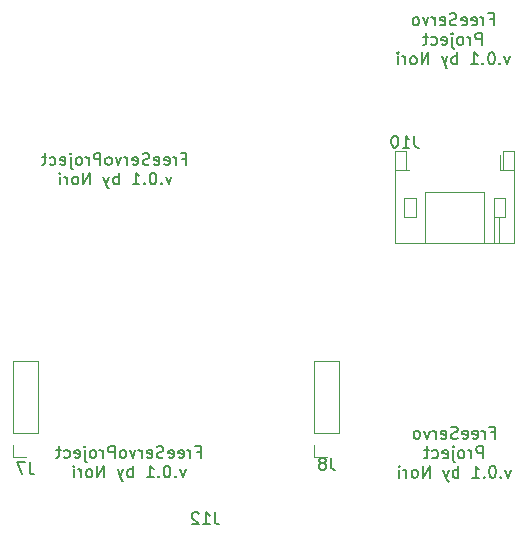
<source format=gbo>
G04 #@! TF.GenerationSoftware,KiCad,Pcbnew,(5.1.9)-1*
G04 #@! TF.CreationDate,2021-05-05T15:37:49+09:00*
G04 #@! TF.ProjectId,FreeServoProject,46726565-5365-4727-966f-50726f6a6563,rev?*
G04 #@! TF.SameCoordinates,Original*
G04 #@! TF.FileFunction,Legend,Bot*
G04 #@! TF.FilePolarity,Positive*
%FSLAX46Y46*%
G04 Gerber Fmt 4.6, Leading zero omitted, Abs format (unit mm)*
G04 Created by KiCad (PCBNEW (5.1.9)-1) date 2021-05-05 15:37:49*
%MOMM*%
%LPD*%
G01*
G04 APERTURE LIST*
%ADD10C,0.150000*%
%ADD11C,0.120000*%
G04 APERTURE END LIST*
D10*
X157671428Y-56978571D02*
X158004761Y-56978571D01*
X158004761Y-57502380D02*
X158004761Y-56502380D01*
X157528571Y-56502380D01*
X157147619Y-57502380D02*
X157147619Y-56835714D01*
X157147619Y-57026190D02*
X157100000Y-56930952D01*
X157052380Y-56883333D01*
X156957142Y-56835714D01*
X156861904Y-56835714D01*
X156147619Y-57454761D02*
X156242857Y-57502380D01*
X156433333Y-57502380D01*
X156528571Y-57454761D01*
X156576190Y-57359523D01*
X156576190Y-56978571D01*
X156528571Y-56883333D01*
X156433333Y-56835714D01*
X156242857Y-56835714D01*
X156147619Y-56883333D01*
X156100000Y-56978571D01*
X156100000Y-57073809D01*
X156576190Y-57169047D01*
X155290476Y-57454761D02*
X155385714Y-57502380D01*
X155576190Y-57502380D01*
X155671428Y-57454761D01*
X155719047Y-57359523D01*
X155719047Y-56978571D01*
X155671428Y-56883333D01*
X155576190Y-56835714D01*
X155385714Y-56835714D01*
X155290476Y-56883333D01*
X155242857Y-56978571D01*
X155242857Y-57073809D01*
X155719047Y-57169047D01*
X154861904Y-57454761D02*
X154719047Y-57502380D01*
X154480952Y-57502380D01*
X154385714Y-57454761D01*
X154338095Y-57407142D01*
X154290476Y-57311904D01*
X154290476Y-57216666D01*
X154338095Y-57121428D01*
X154385714Y-57073809D01*
X154480952Y-57026190D01*
X154671428Y-56978571D01*
X154766666Y-56930952D01*
X154814285Y-56883333D01*
X154861904Y-56788095D01*
X154861904Y-56692857D01*
X154814285Y-56597619D01*
X154766666Y-56550000D01*
X154671428Y-56502380D01*
X154433333Y-56502380D01*
X154290476Y-56550000D01*
X153480952Y-57454761D02*
X153576190Y-57502380D01*
X153766666Y-57502380D01*
X153861904Y-57454761D01*
X153909523Y-57359523D01*
X153909523Y-56978571D01*
X153861904Y-56883333D01*
X153766666Y-56835714D01*
X153576190Y-56835714D01*
X153480952Y-56883333D01*
X153433333Y-56978571D01*
X153433333Y-57073809D01*
X153909523Y-57169047D01*
X153004761Y-57502380D02*
X153004761Y-56835714D01*
X153004761Y-57026190D02*
X152957142Y-56930952D01*
X152909523Y-56883333D01*
X152814285Y-56835714D01*
X152719047Y-56835714D01*
X152480952Y-56835714D02*
X152242857Y-57502380D01*
X152004761Y-56835714D01*
X151480952Y-57502380D02*
X151576190Y-57454761D01*
X151623809Y-57407142D01*
X151671428Y-57311904D01*
X151671428Y-57026190D01*
X151623809Y-56930952D01*
X151576190Y-56883333D01*
X151480952Y-56835714D01*
X151338095Y-56835714D01*
X151242857Y-56883333D01*
X151195238Y-56930952D01*
X151147619Y-57026190D01*
X151147619Y-57311904D01*
X151195238Y-57407142D01*
X151242857Y-57454761D01*
X151338095Y-57502380D01*
X151480952Y-57502380D01*
X157004761Y-59152380D02*
X157004761Y-58152380D01*
X156623809Y-58152380D01*
X156528571Y-58200000D01*
X156480952Y-58247619D01*
X156433333Y-58342857D01*
X156433333Y-58485714D01*
X156480952Y-58580952D01*
X156528571Y-58628571D01*
X156623809Y-58676190D01*
X157004761Y-58676190D01*
X156004761Y-59152380D02*
X156004761Y-58485714D01*
X156004761Y-58676190D02*
X155957142Y-58580952D01*
X155909523Y-58533333D01*
X155814285Y-58485714D01*
X155719047Y-58485714D01*
X155242857Y-59152380D02*
X155338095Y-59104761D01*
X155385714Y-59057142D01*
X155433333Y-58961904D01*
X155433333Y-58676190D01*
X155385714Y-58580952D01*
X155338095Y-58533333D01*
X155242857Y-58485714D01*
X155100000Y-58485714D01*
X155004761Y-58533333D01*
X154957142Y-58580952D01*
X154909523Y-58676190D01*
X154909523Y-58961904D01*
X154957142Y-59057142D01*
X155004761Y-59104761D01*
X155100000Y-59152380D01*
X155242857Y-59152380D01*
X154480952Y-58485714D02*
X154480952Y-59342857D01*
X154528571Y-59438095D01*
X154623809Y-59485714D01*
X154671428Y-59485714D01*
X154480952Y-58152380D02*
X154528571Y-58200000D01*
X154480952Y-58247619D01*
X154433333Y-58200000D01*
X154480952Y-58152380D01*
X154480952Y-58247619D01*
X153623809Y-59104761D02*
X153719047Y-59152380D01*
X153909523Y-59152380D01*
X154004761Y-59104761D01*
X154052380Y-59009523D01*
X154052380Y-58628571D01*
X154004761Y-58533333D01*
X153909523Y-58485714D01*
X153719047Y-58485714D01*
X153623809Y-58533333D01*
X153576190Y-58628571D01*
X153576190Y-58723809D01*
X154052380Y-58819047D01*
X152719047Y-59104761D02*
X152814285Y-59152380D01*
X153004761Y-59152380D01*
X153100000Y-59104761D01*
X153147619Y-59057142D01*
X153195238Y-58961904D01*
X153195238Y-58676190D01*
X153147619Y-58580952D01*
X153100000Y-58533333D01*
X153004761Y-58485714D01*
X152814285Y-58485714D01*
X152719047Y-58533333D01*
X152433333Y-58485714D02*
X152052380Y-58485714D01*
X152290476Y-58152380D02*
X152290476Y-59009523D01*
X152242857Y-59104761D01*
X152147619Y-59152380D01*
X152052380Y-59152380D01*
X159385714Y-60135714D02*
X159147619Y-60802380D01*
X158909523Y-60135714D01*
X158528571Y-60707142D02*
X158480952Y-60754761D01*
X158528571Y-60802380D01*
X158576190Y-60754761D01*
X158528571Y-60707142D01*
X158528571Y-60802380D01*
X157861904Y-59802380D02*
X157766666Y-59802380D01*
X157671428Y-59850000D01*
X157623809Y-59897619D01*
X157576190Y-59992857D01*
X157528571Y-60183333D01*
X157528571Y-60421428D01*
X157576190Y-60611904D01*
X157623809Y-60707142D01*
X157671428Y-60754761D01*
X157766666Y-60802380D01*
X157861904Y-60802380D01*
X157957142Y-60754761D01*
X158004761Y-60707142D01*
X158052380Y-60611904D01*
X158100000Y-60421428D01*
X158100000Y-60183333D01*
X158052380Y-59992857D01*
X158004761Y-59897619D01*
X157957142Y-59850000D01*
X157861904Y-59802380D01*
X157100000Y-60707142D02*
X157052380Y-60754761D01*
X157100000Y-60802380D01*
X157147619Y-60754761D01*
X157100000Y-60707142D01*
X157100000Y-60802380D01*
X156100000Y-60802380D02*
X156671428Y-60802380D01*
X156385714Y-60802380D02*
X156385714Y-59802380D01*
X156480952Y-59945238D01*
X156576190Y-60040476D01*
X156671428Y-60088095D01*
X154909523Y-60802380D02*
X154909523Y-59802380D01*
X154909523Y-60183333D02*
X154814285Y-60135714D01*
X154623809Y-60135714D01*
X154528571Y-60183333D01*
X154480952Y-60230952D01*
X154433333Y-60326190D01*
X154433333Y-60611904D01*
X154480952Y-60707142D01*
X154528571Y-60754761D01*
X154623809Y-60802380D01*
X154814285Y-60802380D01*
X154909523Y-60754761D01*
X154100000Y-60135714D02*
X153861904Y-60802380D01*
X153623809Y-60135714D02*
X153861904Y-60802380D01*
X153957142Y-61040476D01*
X154004761Y-61088095D01*
X154100000Y-61135714D01*
X152480952Y-60802380D02*
X152480952Y-59802380D01*
X151909523Y-60802380D01*
X151909523Y-59802380D01*
X151290476Y-60802380D02*
X151385714Y-60754761D01*
X151433333Y-60707142D01*
X151480952Y-60611904D01*
X151480952Y-60326190D01*
X151433333Y-60230952D01*
X151385714Y-60183333D01*
X151290476Y-60135714D01*
X151147619Y-60135714D01*
X151052380Y-60183333D01*
X151004761Y-60230952D01*
X150957142Y-60326190D01*
X150957142Y-60611904D01*
X151004761Y-60707142D01*
X151052380Y-60754761D01*
X151147619Y-60802380D01*
X151290476Y-60802380D01*
X150528571Y-60802380D02*
X150528571Y-60135714D01*
X150528571Y-60326190D02*
X150480952Y-60230952D01*
X150433333Y-60183333D01*
X150338095Y-60135714D01*
X150242857Y-60135714D01*
X149909523Y-60802380D02*
X149909523Y-60135714D01*
X149909523Y-59802380D02*
X149957142Y-59850000D01*
X149909523Y-59897619D01*
X149861904Y-59850000D01*
X149909523Y-59802380D01*
X149909523Y-59897619D01*
X157771428Y-91978571D02*
X158104761Y-91978571D01*
X158104761Y-92502380D02*
X158104761Y-91502380D01*
X157628571Y-91502380D01*
X157247619Y-92502380D02*
X157247619Y-91835714D01*
X157247619Y-92026190D02*
X157200000Y-91930952D01*
X157152380Y-91883333D01*
X157057142Y-91835714D01*
X156961904Y-91835714D01*
X156247619Y-92454761D02*
X156342857Y-92502380D01*
X156533333Y-92502380D01*
X156628571Y-92454761D01*
X156676190Y-92359523D01*
X156676190Y-91978571D01*
X156628571Y-91883333D01*
X156533333Y-91835714D01*
X156342857Y-91835714D01*
X156247619Y-91883333D01*
X156200000Y-91978571D01*
X156200000Y-92073809D01*
X156676190Y-92169047D01*
X155390476Y-92454761D02*
X155485714Y-92502380D01*
X155676190Y-92502380D01*
X155771428Y-92454761D01*
X155819047Y-92359523D01*
X155819047Y-91978571D01*
X155771428Y-91883333D01*
X155676190Y-91835714D01*
X155485714Y-91835714D01*
X155390476Y-91883333D01*
X155342857Y-91978571D01*
X155342857Y-92073809D01*
X155819047Y-92169047D01*
X154961904Y-92454761D02*
X154819047Y-92502380D01*
X154580952Y-92502380D01*
X154485714Y-92454761D01*
X154438095Y-92407142D01*
X154390476Y-92311904D01*
X154390476Y-92216666D01*
X154438095Y-92121428D01*
X154485714Y-92073809D01*
X154580952Y-92026190D01*
X154771428Y-91978571D01*
X154866666Y-91930952D01*
X154914285Y-91883333D01*
X154961904Y-91788095D01*
X154961904Y-91692857D01*
X154914285Y-91597619D01*
X154866666Y-91550000D01*
X154771428Y-91502380D01*
X154533333Y-91502380D01*
X154390476Y-91550000D01*
X153580952Y-92454761D02*
X153676190Y-92502380D01*
X153866666Y-92502380D01*
X153961904Y-92454761D01*
X154009523Y-92359523D01*
X154009523Y-91978571D01*
X153961904Y-91883333D01*
X153866666Y-91835714D01*
X153676190Y-91835714D01*
X153580952Y-91883333D01*
X153533333Y-91978571D01*
X153533333Y-92073809D01*
X154009523Y-92169047D01*
X153104761Y-92502380D02*
X153104761Y-91835714D01*
X153104761Y-92026190D02*
X153057142Y-91930952D01*
X153009523Y-91883333D01*
X152914285Y-91835714D01*
X152819047Y-91835714D01*
X152580952Y-91835714D02*
X152342857Y-92502380D01*
X152104761Y-91835714D01*
X151580952Y-92502380D02*
X151676190Y-92454761D01*
X151723809Y-92407142D01*
X151771428Y-92311904D01*
X151771428Y-92026190D01*
X151723809Y-91930952D01*
X151676190Y-91883333D01*
X151580952Y-91835714D01*
X151438095Y-91835714D01*
X151342857Y-91883333D01*
X151295238Y-91930952D01*
X151247619Y-92026190D01*
X151247619Y-92311904D01*
X151295238Y-92407142D01*
X151342857Y-92454761D01*
X151438095Y-92502380D01*
X151580952Y-92502380D01*
X157104761Y-94152380D02*
X157104761Y-93152380D01*
X156723809Y-93152380D01*
X156628571Y-93200000D01*
X156580952Y-93247619D01*
X156533333Y-93342857D01*
X156533333Y-93485714D01*
X156580952Y-93580952D01*
X156628571Y-93628571D01*
X156723809Y-93676190D01*
X157104761Y-93676190D01*
X156104761Y-94152380D02*
X156104761Y-93485714D01*
X156104761Y-93676190D02*
X156057142Y-93580952D01*
X156009523Y-93533333D01*
X155914285Y-93485714D01*
X155819047Y-93485714D01*
X155342857Y-94152380D02*
X155438095Y-94104761D01*
X155485714Y-94057142D01*
X155533333Y-93961904D01*
X155533333Y-93676190D01*
X155485714Y-93580952D01*
X155438095Y-93533333D01*
X155342857Y-93485714D01*
X155200000Y-93485714D01*
X155104761Y-93533333D01*
X155057142Y-93580952D01*
X155009523Y-93676190D01*
X155009523Y-93961904D01*
X155057142Y-94057142D01*
X155104761Y-94104761D01*
X155200000Y-94152380D01*
X155342857Y-94152380D01*
X154580952Y-93485714D02*
X154580952Y-94342857D01*
X154628571Y-94438095D01*
X154723809Y-94485714D01*
X154771428Y-94485714D01*
X154580952Y-93152380D02*
X154628571Y-93200000D01*
X154580952Y-93247619D01*
X154533333Y-93200000D01*
X154580952Y-93152380D01*
X154580952Y-93247619D01*
X153723809Y-94104761D02*
X153819047Y-94152380D01*
X154009523Y-94152380D01*
X154104761Y-94104761D01*
X154152380Y-94009523D01*
X154152380Y-93628571D01*
X154104761Y-93533333D01*
X154009523Y-93485714D01*
X153819047Y-93485714D01*
X153723809Y-93533333D01*
X153676190Y-93628571D01*
X153676190Y-93723809D01*
X154152380Y-93819047D01*
X152819047Y-94104761D02*
X152914285Y-94152380D01*
X153104761Y-94152380D01*
X153200000Y-94104761D01*
X153247619Y-94057142D01*
X153295238Y-93961904D01*
X153295238Y-93676190D01*
X153247619Y-93580952D01*
X153200000Y-93533333D01*
X153104761Y-93485714D01*
X152914285Y-93485714D01*
X152819047Y-93533333D01*
X152533333Y-93485714D02*
X152152380Y-93485714D01*
X152390476Y-93152380D02*
X152390476Y-94009523D01*
X152342857Y-94104761D01*
X152247619Y-94152380D01*
X152152380Y-94152380D01*
X159485714Y-95135714D02*
X159247619Y-95802380D01*
X159009523Y-95135714D01*
X158628571Y-95707142D02*
X158580952Y-95754761D01*
X158628571Y-95802380D01*
X158676190Y-95754761D01*
X158628571Y-95707142D01*
X158628571Y-95802380D01*
X157961904Y-94802380D02*
X157866666Y-94802380D01*
X157771428Y-94850000D01*
X157723809Y-94897619D01*
X157676190Y-94992857D01*
X157628571Y-95183333D01*
X157628571Y-95421428D01*
X157676190Y-95611904D01*
X157723809Y-95707142D01*
X157771428Y-95754761D01*
X157866666Y-95802380D01*
X157961904Y-95802380D01*
X158057142Y-95754761D01*
X158104761Y-95707142D01*
X158152380Y-95611904D01*
X158200000Y-95421428D01*
X158200000Y-95183333D01*
X158152380Y-94992857D01*
X158104761Y-94897619D01*
X158057142Y-94850000D01*
X157961904Y-94802380D01*
X157200000Y-95707142D02*
X157152380Y-95754761D01*
X157200000Y-95802380D01*
X157247619Y-95754761D01*
X157200000Y-95707142D01*
X157200000Y-95802380D01*
X156200000Y-95802380D02*
X156771428Y-95802380D01*
X156485714Y-95802380D02*
X156485714Y-94802380D01*
X156580952Y-94945238D01*
X156676190Y-95040476D01*
X156771428Y-95088095D01*
X155009523Y-95802380D02*
X155009523Y-94802380D01*
X155009523Y-95183333D02*
X154914285Y-95135714D01*
X154723809Y-95135714D01*
X154628571Y-95183333D01*
X154580952Y-95230952D01*
X154533333Y-95326190D01*
X154533333Y-95611904D01*
X154580952Y-95707142D01*
X154628571Y-95754761D01*
X154723809Y-95802380D01*
X154914285Y-95802380D01*
X155009523Y-95754761D01*
X154200000Y-95135714D02*
X153961904Y-95802380D01*
X153723809Y-95135714D02*
X153961904Y-95802380D01*
X154057142Y-96040476D01*
X154104761Y-96088095D01*
X154200000Y-96135714D01*
X152580952Y-95802380D02*
X152580952Y-94802380D01*
X152009523Y-95802380D01*
X152009523Y-94802380D01*
X151390476Y-95802380D02*
X151485714Y-95754761D01*
X151533333Y-95707142D01*
X151580952Y-95611904D01*
X151580952Y-95326190D01*
X151533333Y-95230952D01*
X151485714Y-95183333D01*
X151390476Y-95135714D01*
X151247619Y-95135714D01*
X151152380Y-95183333D01*
X151104761Y-95230952D01*
X151057142Y-95326190D01*
X151057142Y-95611904D01*
X151104761Y-95707142D01*
X151152380Y-95754761D01*
X151247619Y-95802380D01*
X151390476Y-95802380D01*
X150628571Y-95802380D02*
X150628571Y-95135714D01*
X150628571Y-95326190D02*
X150580952Y-95230952D01*
X150533333Y-95183333D01*
X150438095Y-95135714D01*
X150342857Y-95135714D01*
X150009523Y-95802380D02*
X150009523Y-95135714D01*
X150009523Y-94802380D02*
X150057142Y-94850000D01*
X150009523Y-94897619D01*
X149961904Y-94850000D01*
X150009523Y-94802380D01*
X150009523Y-94897619D01*
X131664285Y-68803571D02*
X131997619Y-68803571D01*
X131997619Y-69327380D02*
X131997619Y-68327380D01*
X131521428Y-68327380D01*
X131140476Y-69327380D02*
X131140476Y-68660714D01*
X131140476Y-68851190D02*
X131092857Y-68755952D01*
X131045238Y-68708333D01*
X130950000Y-68660714D01*
X130854761Y-68660714D01*
X130140476Y-69279761D02*
X130235714Y-69327380D01*
X130426190Y-69327380D01*
X130521428Y-69279761D01*
X130569047Y-69184523D01*
X130569047Y-68803571D01*
X130521428Y-68708333D01*
X130426190Y-68660714D01*
X130235714Y-68660714D01*
X130140476Y-68708333D01*
X130092857Y-68803571D01*
X130092857Y-68898809D01*
X130569047Y-68994047D01*
X129283333Y-69279761D02*
X129378571Y-69327380D01*
X129569047Y-69327380D01*
X129664285Y-69279761D01*
X129711904Y-69184523D01*
X129711904Y-68803571D01*
X129664285Y-68708333D01*
X129569047Y-68660714D01*
X129378571Y-68660714D01*
X129283333Y-68708333D01*
X129235714Y-68803571D01*
X129235714Y-68898809D01*
X129711904Y-68994047D01*
X128854761Y-69279761D02*
X128711904Y-69327380D01*
X128473809Y-69327380D01*
X128378571Y-69279761D01*
X128330952Y-69232142D01*
X128283333Y-69136904D01*
X128283333Y-69041666D01*
X128330952Y-68946428D01*
X128378571Y-68898809D01*
X128473809Y-68851190D01*
X128664285Y-68803571D01*
X128759523Y-68755952D01*
X128807142Y-68708333D01*
X128854761Y-68613095D01*
X128854761Y-68517857D01*
X128807142Y-68422619D01*
X128759523Y-68375000D01*
X128664285Y-68327380D01*
X128426190Y-68327380D01*
X128283333Y-68375000D01*
X127473809Y-69279761D02*
X127569047Y-69327380D01*
X127759523Y-69327380D01*
X127854761Y-69279761D01*
X127902380Y-69184523D01*
X127902380Y-68803571D01*
X127854761Y-68708333D01*
X127759523Y-68660714D01*
X127569047Y-68660714D01*
X127473809Y-68708333D01*
X127426190Y-68803571D01*
X127426190Y-68898809D01*
X127902380Y-68994047D01*
X126997619Y-69327380D02*
X126997619Y-68660714D01*
X126997619Y-68851190D02*
X126950000Y-68755952D01*
X126902380Y-68708333D01*
X126807142Y-68660714D01*
X126711904Y-68660714D01*
X126473809Y-68660714D02*
X126235714Y-69327380D01*
X125997619Y-68660714D01*
X125473809Y-69327380D02*
X125569047Y-69279761D01*
X125616666Y-69232142D01*
X125664285Y-69136904D01*
X125664285Y-68851190D01*
X125616666Y-68755952D01*
X125569047Y-68708333D01*
X125473809Y-68660714D01*
X125330952Y-68660714D01*
X125235714Y-68708333D01*
X125188095Y-68755952D01*
X125140476Y-68851190D01*
X125140476Y-69136904D01*
X125188095Y-69232142D01*
X125235714Y-69279761D01*
X125330952Y-69327380D01*
X125473809Y-69327380D01*
X124711904Y-69327380D02*
X124711904Y-68327380D01*
X124330952Y-68327380D01*
X124235714Y-68375000D01*
X124188095Y-68422619D01*
X124140476Y-68517857D01*
X124140476Y-68660714D01*
X124188095Y-68755952D01*
X124235714Y-68803571D01*
X124330952Y-68851190D01*
X124711904Y-68851190D01*
X123711904Y-69327380D02*
X123711904Y-68660714D01*
X123711904Y-68851190D02*
X123664285Y-68755952D01*
X123616666Y-68708333D01*
X123521428Y-68660714D01*
X123426190Y-68660714D01*
X122950000Y-69327380D02*
X123045238Y-69279761D01*
X123092857Y-69232142D01*
X123140476Y-69136904D01*
X123140476Y-68851190D01*
X123092857Y-68755952D01*
X123045238Y-68708333D01*
X122950000Y-68660714D01*
X122807142Y-68660714D01*
X122711904Y-68708333D01*
X122664285Y-68755952D01*
X122616666Y-68851190D01*
X122616666Y-69136904D01*
X122664285Y-69232142D01*
X122711904Y-69279761D01*
X122807142Y-69327380D01*
X122950000Y-69327380D01*
X122188095Y-68660714D02*
X122188095Y-69517857D01*
X122235714Y-69613095D01*
X122330952Y-69660714D01*
X122378571Y-69660714D01*
X122188095Y-68327380D02*
X122235714Y-68375000D01*
X122188095Y-68422619D01*
X122140476Y-68375000D01*
X122188095Y-68327380D01*
X122188095Y-68422619D01*
X121330952Y-69279761D02*
X121426190Y-69327380D01*
X121616666Y-69327380D01*
X121711904Y-69279761D01*
X121759523Y-69184523D01*
X121759523Y-68803571D01*
X121711904Y-68708333D01*
X121616666Y-68660714D01*
X121426190Y-68660714D01*
X121330952Y-68708333D01*
X121283333Y-68803571D01*
X121283333Y-68898809D01*
X121759523Y-68994047D01*
X120426190Y-69279761D02*
X120521428Y-69327380D01*
X120711904Y-69327380D01*
X120807142Y-69279761D01*
X120854761Y-69232142D01*
X120902380Y-69136904D01*
X120902380Y-68851190D01*
X120854761Y-68755952D01*
X120807142Y-68708333D01*
X120711904Y-68660714D01*
X120521428Y-68660714D01*
X120426190Y-68708333D01*
X120140476Y-68660714D02*
X119759523Y-68660714D01*
X119997619Y-68327380D02*
X119997619Y-69184523D01*
X119950000Y-69279761D01*
X119854761Y-69327380D01*
X119759523Y-69327380D01*
X130735714Y-70310714D02*
X130497619Y-70977380D01*
X130259523Y-70310714D01*
X129878571Y-70882142D02*
X129830952Y-70929761D01*
X129878571Y-70977380D01*
X129926190Y-70929761D01*
X129878571Y-70882142D01*
X129878571Y-70977380D01*
X129211904Y-69977380D02*
X129116666Y-69977380D01*
X129021428Y-70025000D01*
X128973809Y-70072619D01*
X128926190Y-70167857D01*
X128878571Y-70358333D01*
X128878571Y-70596428D01*
X128926190Y-70786904D01*
X128973809Y-70882142D01*
X129021428Y-70929761D01*
X129116666Y-70977380D01*
X129211904Y-70977380D01*
X129307142Y-70929761D01*
X129354761Y-70882142D01*
X129402380Y-70786904D01*
X129450000Y-70596428D01*
X129450000Y-70358333D01*
X129402380Y-70167857D01*
X129354761Y-70072619D01*
X129307142Y-70025000D01*
X129211904Y-69977380D01*
X128450000Y-70882142D02*
X128402380Y-70929761D01*
X128450000Y-70977380D01*
X128497619Y-70929761D01*
X128450000Y-70882142D01*
X128450000Y-70977380D01*
X127450000Y-70977380D02*
X128021428Y-70977380D01*
X127735714Y-70977380D02*
X127735714Y-69977380D01*
X127830952Y-70120238D01*
X127926190Y-70215476D01*
X128021428Y-70263095D01*
X126259523Y-70977380D02*
X126259523Y-69977380D01*
X126259523Y-70358333D02*
X126164285Y-70310714D01*
X125973809Y-70310714D01*
X125878571Y-70358333D01*
X125830952Y-70405952D01*
X125783333Y-70501190D01*
X125783333Y-70786904D01*
X125830952Y-70882142D01*
X125878571Y-70929761D01*
X125973809Y-70977380D01*
X126164285Y-70977380D01*
X126259523Y-70929761D01*
X125450000Y-70310714D02*
X125211904Y-70977380D01*
X124973809Y-70310714D02*
X125211904Y-70977380D01*
X125307142Y-71215476D01*
X125354761Y-71263095D01*
X125450000Y-71310714D01*
X123830952Y-70977380D02*
X123830952Y-69977380D01*
X123259523Y-70977380D01*
X123259523Y-69977380D01*
X122640476Y-70977380D02*
X122735714Y-70929761D01*
X122783333Y-70882142D01*
X122830952Y-70786904D01*
X122830952Y-70501190D01*
X122783333Y-70405952D01*
X122735714Y-70358333D01*
X122640476Y-70310714D01*
X122497619Y-70310714D01*
X122402380Y-70358333D01*
X122354761Y-70405952D01*
X122307142Y-70501190D01*
X122307142Y-70786904D01*
X122354761Y-70882142D01*
X122402380Y-70929761D01*
X122497619Y-70977380D01*
X122640476Y-70977380D01*
X121878571Y-70977380D02*
X121878571Y-70310714D01*
X121878571Y-70501190D02*
X121830952Y-70405952D01*
X121783333Y-70358333D01*
X121688095Y-70310714D01*
X121592857Y-70310714D01*
X121259523Y-70977380D02*
X121259523Y-70310714D01*
X121259523Y-69977380D02*
X121307142Y-70025000D01*
X121259523Y-70072619D01*
X121211904Y-70025000D01*
X121259523Y-69977380D01*
X121259523Y-70072619D01*
X132864285Y-93603571D02*
X133197619Y-93603571D01*
X133197619Y-94127380D02*
X133197619Y-93127380D01*
X132721428Y-93127380D01*
X132340476Y-94127380D02*
X132340476Y-93460714D01*
X132340476Y-93651190D02*
X132292857Y-93555952D01*
X132245238Y-93508333D01*
X132150000Y-93460714D01*
X132054761Y-93460714D01*
X131340476Y-94079761D02*
X131435714Y-94127380D01*
X131626190Y-94127380D01*
X131721428Y-94079761D01*
X131769047Y-93984523D01*
X131769047Y-93603571D01*
X131721428Y-93508333D01*
X131626190Y-93460714D01*
X131435714Y-93460714D01*
X131340476Y-93508333D01*
X131292857Y-93603571D01*
X131292857Y-93698809D01*
X131769047Y-93794047D01*
X130483333Y-94079761D02*
X130578571Y-94127380D01*
X130769047Y-94127380D01*
X130864285Y-94079761D01*
X130911904Y-93984523D01*
X130911904Y-93603571D01*
X130864285Y-93508333D01*
X130769047Y-93460714D01*
X130578571Y-93460714D01*
X130483333Y-93508333D01*
X130435714Y-93603571D01*
X130435714Y-93698809D01*
X130911904Y-93794047D01*
X130054761Y-94079761D02*
X129911904Y-94127380D01*
X129673809Y-94127380D01*
X129578571Y-94079761D01*
X129530952Y-94032142D01*
X129483333Y-93936904D01*
X129483333Y-93841666D01*
X129530952Y-93746428D01*
X129578571Y-93698809D01*
X129673809Y-93651190D01*
X129864285Y-93603571D01*
X129959523Y-93555952D01*
X130007142Y-93508333D01*
X130054761Y-93413095D01*
X130054761Y-93317857D01*
X130007142Y-93222619D01*
X129959523Y-93175000D01*
X129864285Y-93127380D01*
X129626190Y-93127380D01*
X129483333Y-93175000D01*
X128673809Y-94079761D02*
X128769047Y-94127380D01*
X128959523Y-94127380D01*
X129054761Y-94079761D01*
X129102380Y-93984523D01*
X129102380Y-93603571D01*
X129054761Y-93508333D01*
X128959523Y-93460714D01*
X128769047Y-93460714D01*
X128673809Y-93508333D01*
X128626190Y-93603571D01*
X128626190Y-93698809D01*
X129102380Y-93794047D01*
X128197619Y-94127380D02*
X128197619Y-93460714D01*
X128197619Y-93651190D02*
X128150000Y-93555952D01*
X128102380Y-93508333D01*
X128007142Y-93460714D01*
X127911904Y-93460714D01*
X127673809Y-93460714D02*
X127435714Y-94127380D01*
X127197619Y-93460714D01*
X126673809Y-94127380D02*
X126769047Y-94079761D01*
X126816666Y-94032142D01*
X126864285Y-93936904D01*
X126864285Y-93651190D01*
X126816666Y-93555952D01*
X126769047Y-93508333D01*
X126673809Y-93460714D01*
X126530952Y-93460714D01*
X126435714Y-93508333D01*
X126388095Y-93555952D01*
X126340476Y-93651190D01*
X126340476Y-93936904D01*
X126388095Y-94032142D01*
X126435714Y-94079761D01*
X126530952Y-94127380D01*
X126673809Y-94127380D01*
X125911904Y-94127380D02*
X125911904Y-93127380D01*
X125530952Y-93127380D01*
X125435714Y-93175000D01*
X125388095Y-93222619D01*
X125340476Y-93317857D01*
X125340476Y-93460714D01*
X125388095Y-93555952D01*
X125435714Y-93603571D01*
X125530952Y-93651190D01*
X125911904Y-93651190D01*
X124911904Y-94127380D02*
X124911904Y-93460714D01*
X124911904Y-93651190D02*
X124864285Y-93555952D01*
X124816666Y-93508333D01*
X124721428Y-93460714D01*
X124626190Y-93460714D01*
X124150000Y-94127380D02*
X124245238Y-94079761D01*
X124292857Y-94032142D01*
X124340476Y-93936904D01*
X124340476Y-93651190D01*
X124292857Y-93555952D01*
X124245238Y-93508333D01*
X124150000Y-93460714D01*
X124007142Y-93460714D01*
X123911904Y-93508333D01*
X123864285Y-93555952D01*
X123816666Y-93651190D01*
X123816666Y-93936904D01*
X123864285Y-94032142D01*
X123911904Y-94079761D01*
X124007142Y-94127380D01*
X124150000Y-94127380D01*
X123388095Y-93460714D02*
X123388095Y-94317857D01*
X123435714Y-94413095D01*
X123530952Y-94460714D01*
X123578571Y-94460714D01*
X123388095Y-93127380D02*
X123435714Y-93175000D01*
X123388095Y-93222619D01*
X123340476Y-93175000D01*
X123388095Y-93127380D01*
X123388095Y-93222619D01*
X122530952Y-94079761D02*
X122626190Y-94127380D01*
X122816666Y-94127380D01*
X122911904Y-94079761D01*
X122959523Y-93984523D01*
X122959523Y-93603571D01*
X122911904Y-93508333D01*
X122816666Y-93460714D01*
X122626190Y-93460714D01*
X122530952Y-93508333D01*
X122483333Y-93603571D01*
X122483333Y-93698809D01*
X122959523Y-93794047D01*
X121626190Y-94079761D02*
X121721428Y-94127380D01*
X121911904Y-94127380D01*
X122007142Y-94079761D01*
X122054761Y-94032142D01*
X122102380Y-93936904D01*
X122102380Y-93651190D01*
X122054761Y-93555952D01*
X122007142Y-93508333D01*
X121911904Y-93460714D01*
X121721428Y-93460714D01*
X121626190Y-93508333D01*
X121340476Y-93460714D02*
X120959523Y-93460714D01*
X121197619Y-93127380D02*
X121197619Y-93984523D01*
X121150000Y-94079761D01*
X121054761Y-94127380D01*
X120959523Y-94127380D01*
X131935714Y-95110714D02*
X131697619Y-95777380D01*
X131459523Y-95110714D01*
X131078571Y-95682142D02*
X131030952Y-95729761D01*
X131078571Y-95777380D01*
X131126190Y-95729761D01*
X131078571Y-95682142D01*
X131078571Y-95777380D01*
X130411904Y-94777380D02*
X130316666Y-94777380D01*
X130221428Y-94825000D01*
X130173809Y-94872619D01*
X130126190Y-94967857D01*
X130078571Y-95158333D01*
X130078571Y-95396428D01*
X130126190Y-95586904D01*
X130173809Y-95682142D01*
X130221428Y-95729761D01*
X130316666Y-95777380D01*
X130411904Y-95777380D01*
X130507142Y-95729761D01*
X130554761Y-95682142D01*
X130602380Y-95586904D01*
X130650000Y-95396428D01*
X130650000Y-95158333D01*
X130602380Y-94967857D01*
X130554761Y-94872619D01*
X130507142Y-94825000D01*
X130411904Y-94777380D01*
X129650000Y-95682142D02*
X129602380Y-95729761D01*
X129650000Y-95777380D01*
X129697619Y-95729761D01*
X129650000Y-95682142D01*
X129650000Y-95777380D01*
X128650000Y-95777380D02*
X129221428Y-95777380D01*
X128935714Y-95777380D02*
X128935714Y-94777380D01*
X129030952Y-94920238D01*
X129126190Y-95015476D01*
X129221428Y-95063095D01*
X127459523Y-95777380D02*
X127459523Y-94777380D01*
X127459523Y-95158333D02*
X127364285Y-95110714D01*
X127173809Y-95110714D01*
X127078571Y-95158333D01*
X127030952Y-95205952D01*
X126983333Y-95301190D01*
X126983333Y-95586904D01*
X127030952Y-95682142D01*
X127078571Y-95729761D01*
X127173809Y-95777380D01*
X127364285Y-95777380D01*
X127459523Y-95729761D01*
X126650000Y-95110714D02*
X126411904Y-95777380D01*
X126173809Y-95110714D02*
X126411904Y-95777380D01*
X126507142Y-96015476D01*
X126554761Y-96063095D01*
X126650000Y-96110714D01*
X125030952Y-95777380D02*
X125030952Y-94777380D01*
X124459523Y-95777380D01*
X124459523Y-94777380D01*
X123840476Y-95777380D02*
X123935714Y-95729761D01*
X123983333Y-95682142D01*
X124030952Y-95586904D01*
X124030952Y-95301190D01*
X123983333Y-95205952D01*
X123935714Y-95158333D01*
X123840476Y-95110714D01*
X123697619Y-95110714D01*
X123602380Y-95158333D01*
X123554761Y-95205952D01*
X123507142Y-95301190D01*
X123507142Y-95586904D01*
X123554761Y-95682142D01*
X123602380Y-95729761D01*
X123697619Y-95777380D01*
X123840476Y-95777380D01*
X123078571Y-95777380D02*
X123078571Y-95110714D01*
X123078571Y-95301190D02*
X123030952Y-95205952D01*
X122983333Y-95158333D01*
X122888095Y-95110714D01*
X122792857Y-95110714D01*
X122459523Y-95777380D02*
X122459523Y-95110714D01*
X122459523Y-94777380D02*
X122507142Y-94825000D01*
X122459523Y-94872619D01*
X122411904Y-94825000D01*
X122459523Y-94777380D01*
X122459523Y-94872619D01*
D11*
X158560000Y-69740000D02*
X158560000Y-68525000D01*
X158500000Y-73700000D02*
X158500000Y-75960000D01*
X158000000Y-73700000D02*
X158000000Y-75960000D01*
X151400000Y-72100000D02*
X150400000Y-72100000D01*
X151400000Y-73700000D02*
X151400000Y-72100000D01*
X150400000Y-73700000D02*
X151400000Y-73700000D01*
X150400000Y-72100000D02*
X150400000Y-73700000D01*
X158000000Y-72100000D02*
X159000000Y-72100000D01*
X158000000Y-73700000D02*
X158000000Y-72100000D01*
X159000000Y-73700000D02*
X158000000Y-73700000D01*
X159000000Y-72100000D02*
X159000000Y-73700000D01*
X149640000Y-69740000D02*
X150560000Y-69740000D01*
X159760000Y-69740000D02*
X158840000Y-69740000D01*
X152200000Y-71600000D02*
X152200000Y-75960000D01*
X157200000Y-71600000D02*
X152200000Y-71600000D01*
X157200000Y-75960000D02*
X157200000Y-71600000D01*
X150560000Y-69740000D02*
X150840000Y-69740000D01*
X150560000Y-68140000D02*
X150560000Y-69740000D01*
X149640000Y-68140000D02*
X150560000Y-68140000D01*
X149640000Y-75960000D02*
X149640000Y-68140000D01*
X159760000Y-75960000D02*
X149640000Y-75960000D01*
X159760000Y-68140000D02*
X159760000Y-75960000D01*
X158840000Y-68140000D02*
X159760000Y-68140000D01*
X158840000Y-69740000D02*
X158840000Y-68140000D01*
X158560000Y-69740000D02*
X158840000Y-69740000D01*
X142840000Y-94060000D02*
X143900000Y-94060000D01*
X142840000Y-93000000D02*
X142840000Y-94060000D01*
X144960000Y-92000000D02*
X142840000Y-92000000D01*
X144960000Y-85940000D02*
X144960000Y-92000000D01*
X142840000Y-85940000D02*
X144960000Y-85940000D01*
X142840000Y-92000000D02*
X142840000Y-85940000D01*
X117340000Y-94060000D02*
X118400000Y-94060000D01*
X117340000Y-93000000D02*
X117340000Y-94060000D01*
X119460000Y-92000000D02*
X117340000Y-92000000D01*
X119460000Y-85940000D02*
X119460000Y-92000000D01*
X117340000Y-85940000D02*
X119460000Y-85940000D01*
X117340000Y-92000000D02*
X117340000Y-85940000D01*
D10*
X151309523Y-66852380D02*
X151309523Y-67566666D01*
X151357142Y-67709523D01*
X151452380Y-67804761D01*
X151595238Y-67852380D01*
X151690476Y-67852380D01*
X150309523Y-67852380D02*
X150880952Y-67852380D01*
X150595238Y-67852380D02*
X150595238Y-66852380D01*
X150690476Y-66995238D01*
X150785714Y-67090476D01*
X150880952Y-67138095D01*
X149690476Y-66852380D02*
X149595238Y-66852380D01*
X149500000Y-66900000D01*
X149452380Y-66947619D01*
X149404761Y-67042857D01*
X149357142Y-67233333D01*
X149357142Y-67471428D01*
X149404761Y-67661904D01*
X149452380Y-67757142D01*
X149500000Y-67804761D01*
X149595238Y-67852380D01*
X149690476Y-67852380D01*
X149785714Y-67804761D01*
X149833333Y-67757142D01*
X149880952Y-67661904D01*
X149928571Y-67471428D01*
X149928571Y-67233333D01*
X149880952Y-67042857D01*
X149833333Y-66947619D01*
X149785714Y-66900000D01*
X149690476Y-66852380D01*
X134409523Y-98752380D02*
X134409523Y-99466666D01*
X134457142Y-99609523D01*
X134552380Y-99704761D01*
X134695238Y-99752380D01*
X134790476Y-99752380D01*
X133409523Y-99752380D02*
X133980952Y-99752380D01*
X133695238Y-99752380D02*
X133695238Y-98752380D01*
X133790476Y-98895238D01*
X133885714Y-98990476D01*
X133980952Y-99038095D01*
X133028571Y-98847619D02*
X132980952Y-98800000D01*
X132885714Y-98752380D01*
X132647619Y-98752380D01*
X132552380Y-98800000D01*
X132504761Y-98847619D01*
X132457142Y-98942857D01*
X132457142Y-99038095D01*
X132504761Y-99180952D01*
X133076190Y-99752380D01*
X132457142Y-99752380D01*
X144233333Y-94152380D02*
X144233333Y-94866666D01*
X144280952Y-95009523D01*
X144376190Y-95104761D01*
X144519047Y-95152380D01*
X144614285Y-95152380D01*
X143614285Y-94580952D02*
X143709523Y-94533333D01*
X143757142Y-94485714D01*
X143804761Y-94390476D01*
X143804761Y-94342857D01*
X143757142Y-94247619D01*
X143709523Y-94200000D01*
X143614285Y-94152380D01*
X143423809Y-94152380D01*
X143328571Y-94200000D01*
X143280952Y-94247619D01*
X143233333Y-94342857D01*
X143233333Y-94390476D01*
X143280952Y-94485714D01*
X143328571Y-94533333D01*
X143423809Y-94580952D01*
X143614285Y-94580952D01*
X143709523Y-94628571D01*
X143757142Y-94676190D01*
X143804761Y-94771428D01*
X143804761Y-94961904D01*
X143757142Y-95057142D01*
X143709523Y-95104761D01*
X143614285Y-95152380D01*
X143423809Y-95152380D01*
X143328571Y-95104761D01*
X143280952Y-95057142D01*
X143233333Y-94961904D01*
X143233333Y-94771428D01*
X143280952Y-94676190D01*
X143328571Y-94628571D01*
X143423809Y-94580952D01*
X118733333Y-94512380D02*
X118733333Y-95226666D01*
X118780952Y-95369523D01*
X118876190Y-95464761D01*
X119019047Y-95512380D01*
X119114285Y-95512380D01*
X118352380Y-94512380D02*
X117685714Y-94512380D01*
X118114285Y-95512380D01*
M02*

</source>
